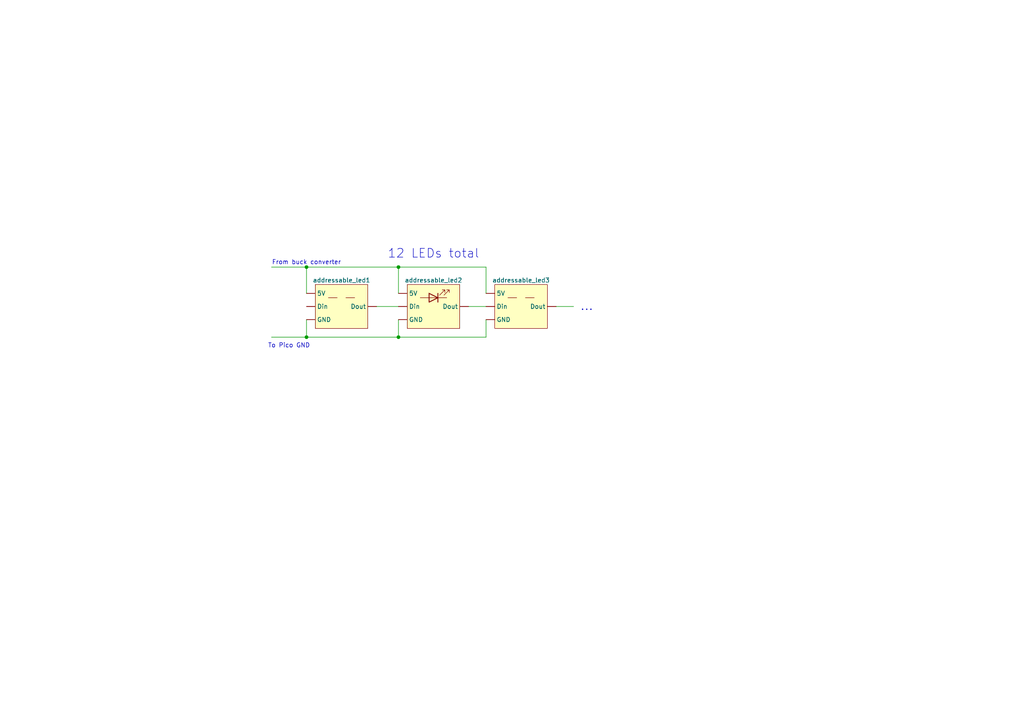
<source format=kicad_sch>
(kicad_sch
	(version 20250114)
	(generator "eeschema")
	(generator_version "9.0")
	(uuid "9ace28b9-1142-4b69-afd7-d82fd2998097")
	(paper "A4")
	(lib_symbols
		(symbol "Device:LED"
			(pin_numbers
				(hide yes)
			)
			(pin_names
				(offset 1.016)
				(hide yes)
			)
			(exclude_from_sim no)
			(in_bom yes)
			(on_board yes)
			(property "Reference" "D"
				(at 0 2.54 0)
				(effects
					(font
						(size 1.27 1.27)
					)
				)
			)
			(property "Value" "LED"
				(at 0 -2.54 0)
				(effects
					(font
						(size 1.27 1.27)
					)
				)
			)
			(property "Footprint" ""
				(at 0 0 0)
				(effects
					(font
						(size 1.27 1.27)
					)
					(hide yes)
				)
			)
			(property "Datasheet" "~"
				(at 0 0 0)
				(effects
					(font
						(size 1.27 1.27)
					)
					(hide yes)
				)
			)
			(property "Description" "Light emitting diode"
				(at 0 0 0)
				(effects
					(font
						(size 1.27 1.27)
					)
					(hide yes)
				)
			)
			(property "Sim.Pins" "1=K 2=A"
				(at 0 0 0)
				(effects
					(font
						(size 1.27 1.27)
					)
					(hide yes)
				)
			)
			(property "ki_keywords" "LED diode"
				(at 0 0 0)
				(effects
					(font
						(size 1.27 1.27)
					)
					(hide yes)
				)
			)
			(property "ki_fp_filters" "LED* LED_SMD:* LED_THT:*"
				(at 0 0 0)
				(effects
					(font
						(size 1.27 1.27)
					)
					(hide yes)
				)
			)
			(symbol "LED_0_1"
				(polyline
					(pts
						(xy -3.048 -0.762) (xy -4.572 -2.286) (xy -3.81 -2.286) (xy -4.572 -2.286) (xy -4.572 -1.524)
					)
					(stroke
						(width 0)
						(type default)
					)
					(fill
						(type none)
					)
				)
				(polyline
					(pts
						(xy -1.778 -0.762) (xy -3.302 -2.286) (xy -2.54 -2.286) (xy -3.302 -2.286) (xy -3.302 -1.524)
					)
					(stroke
						(width 0)
						(type default)
					)
					(fill
						(type none)
					)
				)
				(polyline
					(pts
						(xy -1.27 0) (xy 1.27 0)
					)
					(stroke
						(width 0)
						(type default)
					)
					(fill
						(type none)
					)
				)
				(polyline
					(pts
						(xy -1.27 -1.27) (xy -1.27 1.27)
					)
					(stroke
						(width 0.254)
						(type default)
					)
					(fill
						(type none)
					)
				)
				(polyline
					(pts
						(xy 1.27 -1.27) (xy 1.27 1.27) (xy -1.27 0) (xy 1.27 -1.27)
					)
					(stroke
						(width 0.254)
						(type default)
					)
					(fill
						(type none)
					)
				)
			)
			(symbol "LED_1_1"
				(pin passive line
					(at -3.81 0 0)
					(length 2.54)
					(name "K"
						(effects
							(font
								(size 1.27 1.27)
							)
						)
					)
					(number "1"
						(effects
							(font
								(size 1.27 1.27)
							)
						)
					)
				)
				(pin passive line
					(at 3.81 0 180)
					(length 2.54)
					(name "A"
						(effects
							(font
								(size 1.27 1.27)
							)
						)
					)
					(number "2"
						(effects
							(font
								(size 1.27 1.27)
							)
						)
					)
				)
			)
			(embedded_fonts no)
		)
		(symbol "New_Library:addressable_led"
			(exclude_from_sim no)
			(in_bom yes)
			(on_board yes)
			(property "Reference" "addressable_led"
				(at 0 0 0)
				(effects
					(font
						(size 1.27 1.27)
					)
				)
			)
			(property "Value" ""
				(at 0 0 0)
				(effects
					(font
						(size 1.27 1.27)
					)
				)
			)
			(property "Footprint" ""
				(at 0 0 0)
				(effects
					(font
						(size 1.27 1.27)
					)
					(hide yes)
				)
			)
			(property "Datasheet" ""
				(at 0 0 0)
				(effects
					(font
						(size 1.27 1.27)
					)
					(hide yes)
				)
			)
			(property "Description" ""
				(at 0 0 0)
				(effects
					(font
						(size 1.27 1.27)
					)
					(hide yes)
				)
			)
			(symbol "addressable_led_0_1"
				(rectangle
					(start -7.62 15.24)
					(end 7.62 2.54)
					(stroke
						(width 0)
						(type default)
					)
					(fill
						(type background)
					)
				)
			)
			(symbol "addressable_led_1_1"
				(pin power_in line
					(at -10.16 12.7 0)
					(length 2.54)
					(name "5V"
						(effects
							(font
								(size 1.27 1.27)
							)
						)
					)
					(number ""
						(effects
							(font
								(size 1.27 1.27)
							)
						)
					)
				)
				(pin input line
					(at -10.16 8.89 0)
					(length 2.54)
					(name "Din"
						(effects
							(font
								(size 1.27 1.27)
							)
						)
					)
					(number ""
						(effects
							(font
								(size 1.27 1.27)
							)
						)
					)
				)
				(pin power_out line
					(at -10.16 5.08 0)
					(length 2.54)
					(name "GND"
						(effects
							(font
								(size 1.27 1.27)
							)
						)
					)
					(number ""
						(effects
							(font
								(size 1.27 1.27)
							)
						)
					)
				)
				(pin output line
					(at 10.16 8.89 180)
					(length 2.54)
					(name "Dout"
						(effects
							(font
								(size 1.27 1.27)
							)
						)
					)
					(number ""
						(effects
							(font
								(size 1.27 1.27)
							)
						)
					)
				)
			)
			(embedded_fonts no)
		)
		(symbol "addressable_led_1"
			(exclude_from_sim no)
			(in_bom yes)
			(on_board yes)
			(property "Reference" "addressable_led"
				(at 0 0 0)
				(effects
					(font
						(size 1.27 1.27)
					)
				)
			)
			(property "Value" ""
				(at 0 0 0)
				(effects
					(font
						(size 1.27 1.27)
					)
				)
			)
			(property "Footprint" ""
				(at 0 0 0)
				(effects
					(font
						(size 1.27 1.27)
					)
					(hide yes)
				)
			)
			(property "Datasheet" ""
				(at 0 0 0)
				(effects
					(font
						(size 1.27 1.27)
					)
					(hide yes)
				)
			)
			(property "Description" ""
				(at 0 0 0)
				(effects
					(font
						(size 1.27 1.27)
					)
					(hide yes)
				)
			)
			(symbol "addressable_led_1_0_1"
				(rectangle
					(start -7.62 15.24)
					(end 7.62 2.54)
					(stroke
						(width 0)
						(type default)
					)
					(fill
						(type background)
					)
				)
			)
			(symbol "addressable_led_1_1_1"
				(pin power_in line
					(at -10.16 12.7 0)
					(length 2.54)
					(name "5V"
						(effects
							(font
								(size 1.27 1.27)
							)
						)
					)
					(number ""
						(effects
							(font
								(size 1.27 1.27)
							)
						)
					)
				)
				(pin input line
					(at -10.16 8.89 0)
					(length 2.54)
					(name "Din"
						(effects
							(font
								(size 1.27 1.27)
							)
						)
					)
					(number ""
						(effects
							(font
								(size 1.27 1.27)
							)
						)
					)
				)
				(pin power_out line
					(at -10.16 5.08 0)
					(length 2.54)
					(name "GND"
						(effects
							(font
								(size 1.27 1.27)
							)
						)
					)
					(number ""
						(effects
							(font
								(size 1.27 1.27)
							)
						)
					)
				)
				(pin output line
					(at 10.16 8.89 180)
					(length 2.54)
					(name "Dout"
						(effects
							(font
								(size 1.27 1.27)
							)
						)
					)
					(number ""
						(effects
							(font
								(size 1.27 1.27)
							)
						)
					)
				)
			)
			(embedded_fonts no)
		)
		(symbol "addressable_led_2"
			(exclude_from_sim no)
			(in_bom yes)
			(on_board yes)
			(property "Reference" "addressable_led"
				(at 0 0 0)
				(effects
					(font
						(size 1.27 1.27)
					)
				)
			)
			(property "Value" ""
				(at 0 0 0)
				(effects
					(font
						(size 1.27 1.27)
					)
				)
			)
			(property "Footprint" ""
				(at 0 0 0)
				(effects
					(font
						(size 1.27 1.27)
					)
					(hide yes)
				)
			)
			(property "Datasheet" ""
				(at 0 0 0)
				(effects
					(font
						(size 1.27 1.27)
					)
					(hide yes)
				)
			)
			(property "Description" ""
				(at 0 0 0)
				(effects
					(font
						(size 1.27 1.27)
					)
					(hide yes)
				)
			)
			(symbol "addressable_led_2_0_1"
				(rectangle
					(start -7.62 15.24)
					(end 7.62 2.54)
					(stroke
						(width 0)
						(type default)
					)
					(fill
						(type background)
					)
				)
			)
			(symbol "addressable_led_2_1_1"
				(pin power_in line
					(at -10.16 12.7 0)
					(length 2.54)
					(name "5V"
						(effects
							(font
								(size 1.27 1.27)
							)
						)
					)
					(number ""
						(effects
							(font
								(size 1.27 1.27)
							)
						)
					)
				)
				(pin input line
					(at -10.16 8.89 0)
					(length 2.54)
					(name "Din"
						(effects
							(font
								(size 1.27 1.27)
							)
						)
					)
					(number ""
						(effects
							(font
								(size 1.27 1.27)
							)
						)
					)
				)
				(pin power_out line
					(at -10.16 5.08 0)
					(length 2.54)
					(name "GND"
						(effects
							(font
								(size 1.27 1.27)
							)
						)
					)
					(number ""
						(effects
							(font
								(size 1.27 1.27)
							)
						)
					)
				)
				(pin output line
					(at 10.16 8.89 180)
					(length 2.54)
					(name "Dout"
						(effects
							(font
								(size 1.27 1.27)
							)
						)
					)
					(number ""
						(effects
							(font
								(size 1.27 1.27)
							)
						)
					)
				)
			)
			(embedded_fonts no)
		)
	)
	(text "...\n"
		(exclude_from_sim no)
		(at 170.18 88.9 0)
		(effects
			(font
				(size 2.54 2.54)
			)
		)
		(uuid "0495997c-9150-4ee0-bc9a-b402cf1ea00b")
	)
	(text "From buck converter\n"
		(exclude_from_sim no)
		(at 88.9 76.2 0)
		(effects
			(font
				(size 1.27 1.27)
			)
		)
		(uuid "102426df-c129-4901-abdd-8b546090e7e6")
	)
	(text "To Pico GND\n"
		(exclude_from_sim no)
		(at 83.82 100.33 0)
		(effects
			(font
				(size 1.27 1.27)
			)
		)
		(uuid "12ce0230-d369-4f1d-900e-65509aa1f1d7")
	)
	(text "12 LEDs total"
		(exclude_from_sim no)
		(at 125.73 73.66 0)
		(effects
			(font
				(size 2.54 2.54)
			)
		)
		(uuid "b4678d91-bb97-4b57-aff5-897675e86647")
	)
	(junction
		(at 88.9 97.79)
		(diameter 0)
		(color 0 0 0 0)
		(uuid "257ce5de-3d14-42ad-8377-3c56723f866c")
	)
	(junction
		(at 88.9 77.47)
		(diameter 0)
		(color 0 0 0 0)
		(uuid "7a88a959-b38c-44db-83c3-982b1197e3ae")
	)
	(junction
		(at 115.57 77.47)
		(diameter 0)
		(color 0 0 0 0)
		(uuid "89dec155-3956-4e3f-b79e-dcdbdeacffa4")
	)
	(junction
		(at 115.57 97.79)
		(diameter 0)
		(color 0 0 0 0)
		(uuid "da9f5c78-be97-4432-a1d9-1ef36c14b300")
	)
	(wire
		(pts
			(xy 88.9 92.71) (xy 88.9 97.79)
		)
		(stroke
			(width 0)
			(type default)
		)
		(uuid "00eae747-aeb7-46cd-a955-f705f3276809")
	)
	(wire
		(pts
			(xy 109.22 88.9) (xy 115.57 88.9)
		)
		(stroke
			(width 0)
			(type default)
		)
		(uuid "1f982f1c-1c44-4252-98d4-728867e796e5")
	)
	(wire
		(pts
			(xy 135.89 88.9) (xy 140.97 88.9)
		)
		(stroke
			(width 0)
			(type default)
		)
		(uuid "321f454a-2687-4b3e-9524-78208328b8ad")
	)
	(wire
		(pts
			(xy 78.74 77.47) (xy 88.9 77.47)
		)
		(stroke
			(width 0)
			(type default)
		)
		(uuid "377ab81a-965f-43f9-8296-52d54c2fc8ba")
	)
	(wire
		(pts
			(xy 78.74 97.79) (xy 88.9 97.79)
		)
		(stroke
			(width 0)
			(type default)
		)
		(uuid "452b1623-e36d-4c81-a80f-d027359fea57")
	)
	(wire
		(pts
			(xy 115.57 77.47) (xy 140.97 77.47)
		)
		(stroke
			(width 0)
			(type default)
		)
		(uuid "45c91655-8bea-4cfd-bb42-6e70ac77405f")
	)
	(wire
		(pts
			(xy 161.29 88.9) (xy 166.37 88.9)
		)
		(stroke
			(width 0)
			(type default)
		)
		(uuid "55b2563d-fb4a-4a27-8231-cfbeadceb327")
	)
	(wire
		(pts
			(xy 140.97 77.47) (xy 140.97 85.09)
		)
		(stroke
			(width 0)
			(type default)
		)
		(uuid "67b46456-8593-4a9c-a6df-45ec40841df7")
	)
	(wire
		(pts
			(xy 88.9 77.47) (xy 88.9 85.09)
		)
		(stroke
			(width 0)
			(type default)
		)
		(uuid "794d0b92-cd8a-43e7-8b40-deb69dca9bdf")
	)
	(wire
		(pts
			(xy 88.9 77.47) (xy 115.57 77.47)
		)
		(stroke
			(width 0)
			(type default)
		)
		(uuid "9de31e0a-9745-4548-9993-6b8cc19df919")
	)
	(wire
		(pts
			(xy 140.97 97.79) (xy 140.97 92.71)
		)
		(stroke
			(width 0)
			(type default)
		)
		(uuid "ac1925a1-b72a-4e71-8329-a5d5bf58f0b0")
	)
	(wire
		(pts
			(xy 115.57 97.79) (xy 140.97 97.79)
		)
		(stroke
			(width 0)
			(type default)
		)
		(uuid "cdbd1267-ef2d-4f24-9c0b-3d224de50349")
	)
	(wire
		(pts
			(xy 115.57 77.47) (xy 115.57 85.09)
		)
		(stroke
			(width 0)
			(type default)
		)
		(uuid "cf5d2eec-3414-4e81-8a4e-794d867f679f")
	)
	(wire
		(pts
			(xy 88.9 97.79) (xy 115.57 97.79)
		)
		(stroke
			(width 0)
			(type default)
		)
		(uuid "d79fa3c8-1386-486d-ab06-b7d0e9b27536")
	)
	(wire
		(pts
			(xy 115.57 92.71) (xy 115.57 97.79)
		)
		(stroke
			(width 0)
			(type default)
		)
		(uuid "e93f1c27-f91d-4a3f-a4ec-13333a60288b")
	)
	(symbol
		(lib_id "Device:LED")
		(at 125.73 86.36 180)
		(unit 1)
		(exclude_from_sim no)
		(in_bom yes)
		(on_board yes)
		(dnp no)
		(fields_autoplaced yes)
		(uuid "2344cba4-5296-4c93-9b92-610986a517ca")
		(property "Reference" "D2"
			(at 127.3175 78.74 0)
			(effects
				(font
					(size 1.27 1.27)
				)
				(hide yes)
			)
		)
		(property "Value" "LED"
			(at 127.3175 81.28 0)
			(effects
				(font
					(size 1.27 1.27)
				)
				(hide yes)
			)
		)
		(property "Footprint" ""
			(at 125.73 86.36 0)
			(effects
				(font
					(size 1.27 1.27)
				)
				(hide yes)
			)
		)
		(property "Datasheet" "~"
			(at 125.73 86.36 0)
			(effects
				(font
					(size 1.27 1.27)
				)
				(hide yes)
			)
		)
		(property "Description" "Light emitting diode"
			(at 125.73 86.36 0)
			(effects
				(font
					(size 1.27 1.27)
				)
				(hide yes)
			)
		)
		(property "Sim.Pins" "1=K 2=A"
			(at 125.73 86.36 0)
			(effects
				(font
					(size 1.27 1.27)
				)
				(hide yes)
			)
		)
		(pin "2"
			(uuid "11f12ba0-b546-43ad-90ca-3bf22a407f1a")
		)
		(pin "1"
			(uuid "45219fef-83b0-448d-a991-8c239486763f")
		)
		(instances
			(project "block_diagram"
				(path "/7a474c3b-855e-4a89-97e9-3d42055b899d/66bf6c33-5aac-4565-8433-307d195f0022"
					(reference "D2")
					(unit 1)
				)
			)
		)
	)
	(symbol
		(lib_id "Device:LED")
		(at 151.13 86.36 180)
		(unit 1)
		(exclude_from_sim no)
		(in_bom yes)
		(on_board yes)
		(dnp no)
		(fields_autoplaced yes)
		(uuid "52cc610c-443a-46a2-b26c-c3f6fe44f12a")
		(property "Reference" "D3"
			(at 152.7175 78.74 0)
			(effects
				(font
					(size 1.27 1.27)
				)
				(hide yes)
			)
		)
		(property "Value" "LED"
			(at 152.7175 81.28 0)
			(effects
				(font
					(size 1.27 1.27)
				)
				(hide yes)
			)
		)
		(property "Footprint" ""
			(at 151.13 86.36 0)
			(effects
				(font
					(size 1.27 1.27)
				)
				(hide yes)
			)
		)
		(property "Datasheet" "~"
			(at 151.13 86.36 0)
			(effects
				(font
					(size 1.27 1.27)
				)
				(hide yes)
			)
		)
		(property "Description" "Light emitting diode"
			(at 151.13 86.36 0)
			(effects
				(font
					(size 1.27 1.27)
				)
				(hide yes)
			)
		)
		(property "Sim.Pins" "1=K 2=A"
			(at 151.13 86.36 0)
			(effects
				(font
					(size 1.27 1.27)
				)
				(hide yes)
			)
		)
		(pin "2"
			(uuid "6944dc3b-bb5b-4572-a356-f6980a221922")
		)
		(pin "1"
			(uuid "302bf875-8942-4001-ae0f-8655d2a7aaa1")
		)
		(instances
			(project "block_diagram"
				(path "/7a474c3b-855e-4a89-97e9-3d42055b899d/66bf6c33-5aac-4565-8433-307d195f0022"
					(reference "D3")
					(unit 1)
				)
			)
		)
	)
	(symbol
		(lib_name "addressable_led_1")
		(lib_id "New_Library:addressable_led")
		(at 125.73 97.79 0)
		(unit 1)
		(exclude_from_sim no)
		(in_bom yes)
		(on_board yes)
		(dnp no)
		(uuid "63c984f1-8226-4b98-87f3-252501af44a1")
		(property "Reference" "addressable_led2"
			(at 125.73 81.28 0)
			(effects
				(font
					(size 1.27 1.27)
				)
			)
		)
		(property "Value" "~"
			(at 125.73 80.01 0)
			(effects
				(font
					(size 1.27 1.27)
				)
				(hide yes)
			)
		)
		(property "Footprint" ""
			(at 125.73 97.79 0)
			(effects
				(font
					(size 1.27 1.27)
				)
				(hide yes)
			)
		)
		(property "Datasheet" ""
			(at 125.73 97.79 0)
			(effects
				(font
					(size 1.27 1.27)
				)
				(hide yes)
			)
		)
		(property "Description" ""
			(at 125.73 97.79 0)
			(effects
				(font
					(size 1.27 1.27)
				)
				(hide yes)
			)
		)
		(pin ""
			(uuid "69993239-8b7a-4887-90f5-c90d61eb9013")
		)
		(pin ""
			(uuid "4894b417-2b7b-434c-9adb-94d71b31b25a")
		)
		(pin ""
			(uuid "2fd1e6c8-2b5e-404a-b610-ad19e2359103")
		)
		(pin ""
			(uuid "a287207c-de38-452d-8af8-71f259643362")
		)
		(instances
			(project "block_diagram"
				(path "/7a474c3b-855e-4a89-97e9-3d42055b899d/66bf6c33-5aac-4565-8433-307d195f0022"
					(reference "addressable_led2")
					(unit 1)
				)
			)
		)
	)
	(symbol
		(lib_id "New_Library:addressable_led")
		(at 99.06 97.79 0)
		(unit 1)
		(exclude_from_sim no)
		(in_bom yes)
		(on_board yes)
		(dnp no)
		(uuid "889d7d6f-7c66-48dc-81e9-027fe7cc347d")
		(property "Reference" "addressable_led1"
			(at 99.06 81.28 0)
			(effects
				(font
					(size 1.27 1.27)
				)
			)
		)
		(property "Value" "~"
			(at 99.06 80.01 0)
			(effects
				(font
					(size 1.27 1.27)
				)
				(hide yes)
			)
		)
		(property "Footprint" ""
			(at 99.06 97.79 0)
			(effects
				(font
					(size 1.27 1.27)
				)
				(hide yes)
			)
		)
		(property "Datasheet" ""
			(at 99.06 97.79 0)
			(effects
				(font
					(size 1.27 1.27)
				)
				(hide yes)
			)
		)
		(property "Description" ""
			(at 99.06 97.79 0)
			(effects
				(font
					(size 1.27 1.27)
				)
				(hide yes)
			)
		)
		(pin ""
			(uuid "9c791105-c877-4df7-a832-51845a235d44")
		)
		(pin ""
			(uuid "fbd8b4d4-813a-4fba-9c29-3cbec96ff011")
		)
		(pin ""
			(uuid "bd5b5693-ec56-42e5-983c-0a694ae10ff8")
		)
		(pin ""
			(uuid "dd42fe26-e923-4895-9d04-ed3b9de640ef")
		)
		(instances
			(project ""
				(path "/7a474c3b-855e-4a89-97e9-3d42055b899d/66bf6c33-5aac-4565-8433-307d195f0022"
					(reference "addressable_led1")
					(unit 1)
				)
			)
		)
	)
	(symbol
		(lib_id "Device:LED")
		(at 99.06 86.36 180)
		(unit 1)
		(exclude_from_sim no)
		(in_bom yes)
		(on_board yes)
		(dnp no)
		(fields_autoplaced yes)
		(uuid "b4373f74-ff9e-4a36-9da4-18ad293fcdcf")
		(property "Reference" "D1"
			(at 100.6475 78.74 0)
			(effects
				(font
					(size 1.27 1.27)
				)
				(hide yes)
			)
		)
		(property "Value" "LED"
			(at 100.6475 81.28 0)
			(effects
				(font
					(size 1.27 1.27)
				)
				(hide yes)
			)
		)
		(property "Footprint" ""
			(at 99.06 86.36 0)
			(effects
				(font
					(size 1.27 1.27)
				)
				(hide yes)
			)
		)
		(property "Datasheet" "~"
			(at 99.06 86.36 0)
			(effects
				(font
					(size 1.27 1.27)
				)
				(hide yes)
			)
		)
		(property "Description" "Light emitting diode"
			(at 99.06 86.36 0)
			(effects
				(font
					(size 1.27 1.27)
				)
				(hide yes)
			)
		)
		(property "Sim.Pins" "1=K 2=A"
			(at 99.06 86.36 0)
			(effects
				(font
					(size 1.27 1.27)
				)
				(hide yes)
			)
		)
		(pin "2"
			(uuid "757e4647-1af7-4013-8a2b-b6fbc21b8538")
		)
		(pin "1"
			(uuid "ef316a25-bdee-4678-895d-b24ccff8e691")
		)
		(instances
			(project ""
				(path "/7a474c3b-855e-4a89-97e9-3d42055b899d/66bf6c33-5aac-4565-8433-307d195f0022"
					(reference "D1")
					(unit 1)
				)
			)
		)
	)
	(symbol
		(lib_name "addressable_led_2")
		(lib_id "New_Library:addressable_led")
		(at 151.13 97.79 0)
		(unit 1)
		(exclude_from_sim no)
		(in_bom yes)
		(on_board yes)
		(dnp no)
		(uuid "be9f3592-43b0-45d0-8bac-a4f909c89026")
		(property "Reference" "addressable_led3"
			(at 151.13 81.28 0)
			(effects
				(font
					(size 1.27 1.27)
				)
			)
		)
		(property "Value" "~"
			(at 151.13 80.01 0)
			(effects
				(font
					(size 1.27 1.27)
				)
				(hide yes)
			)
		)
		(property "Footprint" ""
			(at 151.13 97.79 0)
			(effects
				(font
					(size 1.27 1.27)
				)
				(hide yes)
			)
		)
		(property "Datasheet" ""
			(at 151.13 97.79 0)
			(effects
				(font
					(size 1.27 1.27)
				)
				(hide yes)
			)
		)
		(property "Description" ""
			(at 151.13 97.79 0)
			(effects
				(font
					(size 1.27 1.27)
				)
				(hide yes)
			)
		)
		(pin ""
			(uuid "e4b33f5a-7c97-4e0f-a7aa-bcd6328414d3")
		)
		(pin ""
			(uuid "ad4810c2-cf47-407b-8fd3-7cac080ad059")
		)
		(pin ""
			(uuid "237672b3-67be-49b9-9617-16f6908127e8")
		)
		(pin ""
			(uuid "5ad4fd74-6154-41ab-acaf-674275a7f9d3")
		)
		(instances
			(project "block_diagram"
				(path "/7a474c3b-855e-4a89-97e9-3d42055b899d/66bf6c33-5aac-4565-8433-307d195f0022"
					(reference "addressable_led3")
					(unit 1)
				)
			)
		)
	)
)

</source>
